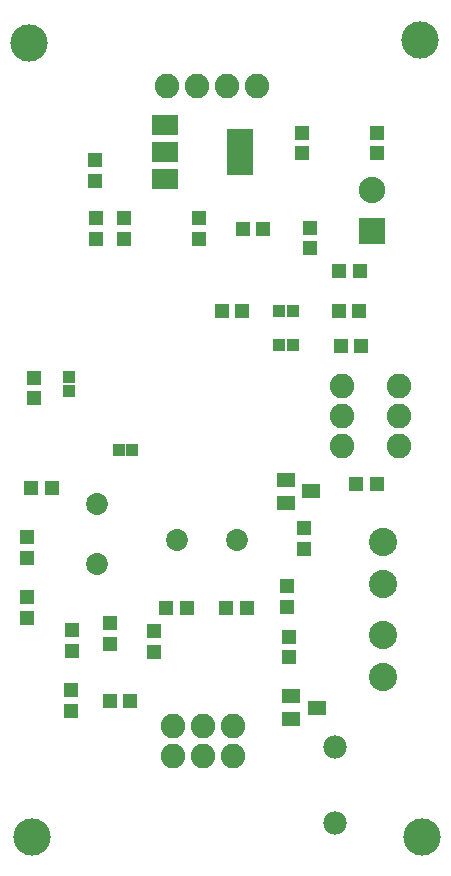
<source format=gbr>
G04 EAGLE Gerber RS-274X export*
G75*
%MOMM*%
%FSLAX34Y34*%
%LPD*%
%INSoldermask Bottom*%
%IPPOS*%
%AMOC8*
5,1,8,0,0,1.08239X$1,22.5*%
G01*
%ADD10C,3.153200*%
%ADD11R,1.203200X1.303200*%
%ADD12R,1.303200X1.203200*%
%ADD13C,2.082800*%
%ADD14R,2.203200X1.703200*%
%ADD15R,2.203200X4.003200*%
%ADD16R,2.235200X2.235200*%
%ADD17C,2.235200*%
%ADD18C,2.387600*%
%ADD19R,1.603200X1.203200*%
%ADD20C,1.854200*%
%ADD21R,1.053200X1.103200*%
%ADD22R,1.103200X1.053200*%
%ADD23C,1.981200*%


D10*
X281832Y808377D03*
X612728Y810916D03*
X284372Y136314D03*
X614421Y136314D03*
D11*
X425863Y659602D03*
X425863Y642602D03*
X279400Y389500D03*
X279400Y372500D03*
X386924Y292909D03*
X386924Y309909D03*
X279400Y321700D03*
X279400Y338700D03*
D12*
X544257Y581663D03*
X561257Y581663D03*
D11*
X362363Y659602D03*
X362363Y642602D03*
X512685Y732326D03*
X512685Y715326D03*
D12*
X414900Y330200D03*
X397900Y330200D03*
X448700Y330200D03*
X465700Y330200D03*
D11*
X576320Y732293D03*
X576320Y715293D03*
D13*
X403015Y204887D03*
X403015Y230287D03*
X428415Y204887D03*
X428415Y230287D03*
X453815Y204887D03*
X453815Y230287D03*
D14*
X396914Y692721D03*
X396914Y715721D03*
X396914Y738721D03*
D15*
X459914Y715721D03*
D16*
X571506Y648965D03*
D17*
X571506Y683965D03*
D18*
X580819Y350300D03*
X580819Y385300D03*
D19*
X520693Y428439D03*
X498693Y437939D03*
X498693Y418939D03*
D11*
X513931Y397117D03*
X513931Y380117D03*
D12*
X444890Y581660D03*
X461890Y581660D03*
X300600Y431800D03*
X283600Y431800D03*
D11*
X317494Y293754D03*
X317494Y310754D03*
D12*
X558768Y434365D03*
X575768Y434365D03*
D11*
X499537Y331015D03*
X499537Y348015D03*
X349670Y299681D03*
X349670Y316681D03*
D12*
X367425Y251407D03*
X350425Y251407D03*
D11*
X337813Y708696D03*
X337813Y691696D03*
D13*
X594368Y467360D03*
X594368Y492760D03*
X594368Y518160D03*
X546109Y467360D03*
X546109Y492760D03*
X546109Y518160D03*
X474875Y772140D03*
X449475Y772140D03*
X424075Y772140D03*
X398675Y772140D03*
D20*
X457200Y387771D03*
X406400Y387771D03*
X338666Y367450D03*
X338666Y418250D03*
D12*
X561388Y614855D03*
X544388Y614855D03*
X545322Y551943D03*
X562322Y551943D03*
D21*
X357420Y463550D03*
X369020Y463550D03*
D11*
X337816Y642590D03*
X337816Y659590D03*
D22*
X314960Y513630D03*
X314960Y525230D03*
D11*
X285351Y507469D03*
X285351Y524469D03*
D23*
X540599Y147417D03*
X540599Y212417D03*
D11*
X317069Y259954D03*
X317069Y242954D03*
D21*
X504910Y581660D03*
X493310Y581660D03*
X504910Y552450D03*
X493310Y552450D03*
D11*
X519801Y651902D03*
X519801Y634902D03*
D18*
X581602Y271531D03*
X581602Y306531D03*
D19*
X525722Y245509D03*
X503722Y255009D03*
X503722Y236009D03*
D11*
X502023Y305650D03*
X502023Y288650D03*
D12*
X463046Y651022D03*
X480046Y651022D03*
M02*

</source>
